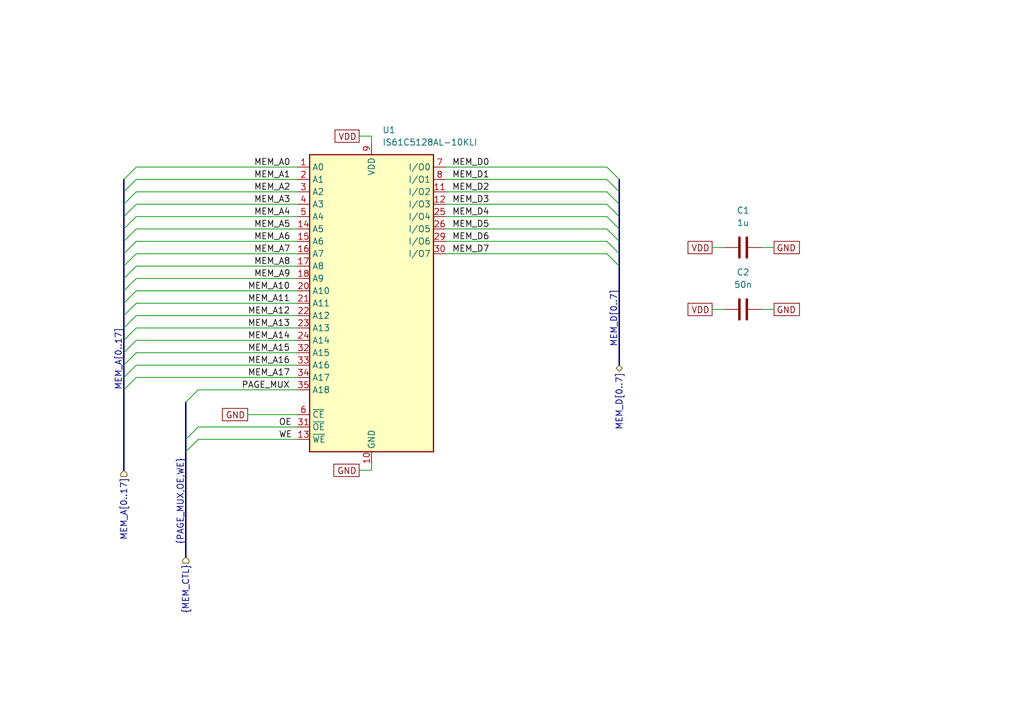
<source format=kicad_sch>
(kicad_sch (version 20231120) (generator "eeschema") (generator_version "8.0")
  (paper "A5")
  (title_block (title "VGA driver video memory") (date "2024-03-23") (rev "1"))
  (lib_symbols
    (symbol "Device:C" (pin_numbers hide) (pin_names (offset 0.254))
      (property "Reference" "C" (at 0.635 2.54 0))
      (property "Value" "C" (at 0.635 -2.54 0))
      (symbol "C_0_1"
        (polyline (pts (xy -2.032 -0.762) (xy 2.032 -0.762)) (stroke (width 0.508)))
        (polyline (pts (xy -2.032 0.762) (xy 2.032 0.762)) (stroke (width 0.508)))
      )
      (symbol "C_1_1"
        (pin passive line (at 0 3.81 270) (length 2.794) (name "~") (number "1"))
        (pin passive line (at 0 -3.81 90) (length 2.794) (name "~") (number "2"))
      )
    )
    (symbol "Memory_RAM:IS61C5128AL-10KLI"
      (property "Reference" "U" (at -10.16 31.75 0))
      (property "Value" "IS61C5128AL-10KLI" (at 12.7 31.75 0))
      (symbol "IS61C5128AL-10KLI_0_1"
        (rectangle (start -12.7 30.48) (end 12.7 -30.48) (stroke (width 0.254)) (fill (type background)))
      )
      (symbol "IS61C5128AL-10KLI_1_1"
        (pin input line (at -15.24 27.94 0) (length 2.54) (name "A0") (number "1"))
        (pin power_in line (at 0 -33.02 90) (length 2.54) (name "GND") (number "10"))
        (pin bidirectional line (at 15.24 22.86 180) (length 2.54) (name "I/O2") (number "11"))
        (pin bidirectional line (at 15.24 20.32 180) (length 2.54) (name "I/O3") (number "12"))
        (pin input line (at -15.24 -27.94 0) (length 2.54) (name "~{WE}") (number "13"))
        (pin input line (at -15.24 15.24 0) (length 2.54) (name "A5") (number "14"))
        (pin input line (at -15.24 12.7 0) (length 2.54) (name "A6") (number "15"))
        (pin input line (at -15.24 10.16 0) (length 2.54) (name "A7") (number "16"))
        (pin input line (at -15.24 7.62 0) (length 2.54) (name "A8") (number "17"))
        (pin input line (at -15.24 5.08 0) (length 2.54) (name "A9") (number "18"))
        (pin no_connect line (at 12.7 -27.94 180) (length 2.54) hide (name "NC") (number "19"))
        (pin input line (at -15.24 25.4 0) (length 2.54) (name "A1") (number "2"))
        (pin input line (at -15.24 2.54 0) (length 2.54) (name "A10") (number "20"))
        (pin input line (at -15.24 0 0) (length 2.54) (name "A11") (number "21"))
        (pin input line (at -15.24 -2.54 0) (length 2.54) (name "A12") (number "22"))
        (pin input line (at -15.24 -5.08 0) (length 2.54) (name "A13") (number "23"))
        (pin input line (at -15.24 -7.62 0) (length 2.54) (name "A14") (number "24"))
        (pin bidirectional line (at 15.24 17.78 180) (length 2.54) (name "I/O4") (number "25"))
        (pin bidirectional line (at 15.24 15.24 180) (length 2.54) (name "I/O5") (number "26"))
        (pin passive line (at 0 33.02 270) (length 2.54) hide (name "VDD") (number "27"))
        (pin passive line (at 0 -33.02 90) (length 2.54) hide (name "GND") (number "28"))
        (pin bidirectional line (at 15.24 12.7 180) (length 2.54) (name "I/O6") (number "29"))
        (pin input line (at -15.24 22.86 0) (length 2.54) (name "A2") (number "3"))
        (pin bidirectional line (at 15.24 10.16 180) (length 2.54) (name "I/O7") (number "30"))
        (pin input line (at -15.24 -25.4 0) (length 2.54) (name "~{OE}") (number "31"))
        (pin input line (at -15.24 -10.16 0) (length 2.54) (name "A15") (number "32"))
        (pin input line (at -15.24 -12.7 0) (length 2.54) (name "A16") (number "33"))
        (pin input line (at -15.24 -15.24 0) (length 2.54) (name "A17") (number "34"))
        (pin input line (at -15.24 -17.78 0) (length 2.54) (name "A18") (number "35"))
        (pin no_connect line (at 12.7 -25.4 180) (length 2.54) hide (name "NC") (number "36"))
        (pin input line (at -15.24 20.32 0) (length 2.54) (name "A3") (number "4"))
        (pin input line (at -15.24 17.78 0) (length 2.54) (name "A4") (number "5"))
        (pin input line (at -15.24 -22.86 0) (length 2.54) (name "~{CE}") (number "6"))
        (pin bidirectional line (at 15.24 27.94 180) (length 2.54) (name "I/O0") (number "7"))
        (pin bidirectional line (at 15.24 25.4 180) (length 2.54) (name "I/O1") (number "8"))
        (pin power_in line (at 0 33.02 270) (length 2.54) (name "VDD") (number "9"))
      )
    )
  )
  (bus_entry (at 38.1 82.55) (size 2.54 -2.54))
  (bus_entry (at 127 36.83) (size -2.54 -2.54))
  (bus_entry (at 127 54.61) (size -2.54 -2.54))
  (bus_entry (at 25.4 67.31) (size 2.54 -2.54))
  (bus_entry (at 25.4 57.15) (size 2.54 -2.54))
  (bus_entry (at 25.4 69.85) (size 2.54 -2.54))
  (bus_entry (at 25.4 72.39) (size 2.54 -2.54))
  (bus_entry (at 25.4 62.23) (size 2.54 -2.54))
  (bus_entry (at 25.4 59.69) (size 2.54 -2.54))
  (bus_entry (at 25.4 64.77) (size 2.54 -2.54))
  (bus_entry (at 25.4 52.07) (size 2.54 -2.54))
  (bus_entry (at 25.4 77.47) (size 2.54 -2.54))
  (bus_entry (at 38.1 92.71) (size 2.54 -2.54))
  (bus_entry (at 25.4 36.83) (size 2.54 -2.54))
  (bus_entry (at 127 52.07) (size -2.54 -2.54))
  (bus_entry (at 25.4 44.45) (size 2.54 -2.54))
  (bus_entry (at 25.4 74.93) (size 2.54 -2.54))
  (bus_entry (at 25.4 54.61) (size 2.54 -2.54))
  (bus_entry (at 127 39.37) (size -2.54 -2.54))
  (bus_entry (at 127 41.91) (size -2.54 -2.54))
  (bus_entry (at 38.1 90.17) (size 2.54 -2.54))
  (bus_entry (at 25.4 49.53) (size 2.54 -2.54))
  (bus_entry (at 25.4 39.37) (size 2.54 -2.54))
  (bus_entry (at 25.4 46.99) (size 2.54 -2.54))
  (bus_entry (at 127 46.99) (size -2.54 -2.54))
  (bus_entry (at 127 44.45) (size -2.54 -2.54))
  (bus_entry (at 25.4 41.91) (size 2.54 -2.54))
  (bus_entry (at 127 49.53) (size -2.54 -2.54))
  (bus_entry (at 25.4 80.01) (size 2.54 -2.54))
  (bus (pts (xy 127 44.45) (xy 127 46.99)))
  (wire (pts (xy 146.05 63.5) (xy 148.59 63.5)))
  (bus (pts (xy 25.4 49.53) (xy 25.4 46.99)))
  (bus (pts (xy 25.4 54.61) (xy 25.4 52.07)))
  (bus (pts (xy 127 46.99) (xy 127 49.53)))
  (wire (pts (xy 27.94 64.77) (xy 60.96 64.77)))
  (bus (pts (xy 25.4 41.91) (xy 25.4 39.37)))
  (wire (pts (xy 27.94 54.61) (xy 60.96 54.61)))
  (wire (pts (xy 91.44 52.07) (xy 124.46 52.07)))
  (bus (pts (xy 25.4 69.85) (xy 25.4 67.31)))
  (bus (pts (xy 25.4 57.15) (xy 25.4 54.61)))
  (wire (pts (xy 27.94 69.85) (xy 60.96 69.85)))
  (wire (pts (xy 91.44 41.91) (xy 124.46 41.91)))
  (wire (pts (xy 27.94 52.07) (xy 60.96 52.07)))
  (wire (pts (xy 27.94 34.29) (xy 60.96 34.29)))
  (bus (pts (xy 38.1 82.55) (xy 38.1 90.17)))
  (wire (pts (xy 27.94 44.45) (xy 60.96 44.45)))
  (wire (pts (xy 27.94 59.69) (xy 60.96 59.69)))
  (wire (pts (xy 27.94 46.99) (xy 60.96 46.99)))
  (wire (pts (xy 76.2 27.94) (xy 76.2 29.21)))
  (wire (pts (xy 146.05 50.8) (xy 148.59 50.8)))
  (wire (pts (xy 91.44 46.99) (xy 124.46 46.99)))
  (wire (pts (xy 27.94 72.39) (xy 60.96 72.39)))
  (bus (pts (xy 127 41.91) (xy 127 44.45)))
  (wire (pts (xy 27.94 39.37) (xy 60.96 39.37)))
  (wire (pts (xy 91.44 36.83) (xy 124.46 36.83)))
  (wire (pts (xy 40.64 80.01) (xy 60.96 80.01)))
  (wire (pts (xy 27.94 49.53) (xy 60.96 49.53)))
  (bus (pts (xy 127 39.37) (xy 127 41.91)))
  (bus (pts (xy 25.4 59.69) (xy 25.4 57.15)))
  (bus (pts (xy 25.4 80.01) (xy 25.4 77.47)))
  (bus (pts (xy 25.4 39.37) (xy 25.4 36.83)))
  (wire (pts (xy 73.66 96.52) (xy 76.2 96.52)))
  (bus (pts (xy 38.1 90.17) (xy 38.1 92.71)))
  (wire (pts (xy 27.94 36.83) (xy 60.96 36.83)))
  (bus (pts (xy 25.4 62.23) (xy 25.4 59.69)))
  (wire (pts (xy 91.44 44.45) (xy 124.46 44.45)))
  (bus (pts (xy 25.4 74.93) (xy 25.4 72.39)))
  (wire (pts (xy 27.94 57.15) (xy 60.96 57.15)))
  (wire (pts (xy 27.94 67.31) (xy 60.96 67.31)))
  (bus (pts (xy 25.4 46.99) (xy 25.4 44.45)))
  (wire (pts (xy 27.94 41.91) (xy 60.96 41.91)))
  (wire (pts (xy 40.64 90.17) (xy 60.96 90.17)))
  (wire (pts (xy 91.44 39.37) (xy 124.46 39.37)))
  (bus (pts (xy 38.1 92.71) (xy 38.1 114.3)))
  (wire (pts (xy 73.66 27.94) (xy 76.2 27.94)))
  (bus (pts (xy 127 36.83) (xy 127 39.37)))
  (bus (pts (xy 127 49.53) (xy 127 52.07)))
  (wire (pts (xy 156.21 63.5) (xy 158.75 63.5)))
  (bus (pts (xy 127 52.07) (xy 127 54.61)))
  (wire (pts (xy 91.44 49.53) (xy 124.46 49.53)))
  (bus (pts (xy 25.4 77.47) (xy 25.4 74.93)))
  (wire (pts (xy 76.2 96.52) (xy 76.2 95.25)))
  (bus (pts (xy 25.4 67.31) (xy 25.4 64.77)))
  (bus (pts (xy 25.4 44.45) (xy 25.4 41.91)))
  (bus (pts (xy 25.4 52.07) (xy 25.4 49.53)))
  (wire (pts (xy 27.94 77.47) (xy 60.96 77.47)))
  (wire (pts (xy 91.44 34.29) (xy 124.46 34.29)))
  (wire (pts (xy 50.8 85.09) (xy 60.96 85.09)))
  (bus (pts (xy 25.4 64.77) (xy 25.4 62.23)))
  (wire (pts (xy 156.21 50.8) (xy 158.75 50.8)))
  (wire (pts (xy 40.64 87.63) (xy 60.96 87.63)))
  (wire (pts (xy 27.94 74.93) (xy 60.96 74.93)))
  (wire (pts (xy 27.94 62.23) (xy 60.96 62.23)))
  (bus (pts (xy 25.4 72.39) (xy 25.4 69.85)))
  (bus (pts (xy 127 54.61) (xy 127 74.93)))
  (bus (pts (xy 25.4 80.01) (xy 25.4 96.52)))
  (label "MEM_A16" (at 50.8 74.93 0))
  (label "MEM_A10" (at 50.8 59.69 0))
  (label "WE" (at 57.15 90.17 0))
  (label "MEM_A9" (at 52.07 57.15 0))
  (label "MEM_A0" (at 52.07 34.29 0))
  (label "MEM_D3" (at 92.7088 41.91 0))
  (label "MEM_A7" (at 52.07 52.07 0))
  (label "MEM_A15" (at 50.8 72.39 0))
  (label "{PAGE_MUX,OE,WE}" (at 38.1 111.76 90))
  (label "MEM_A12" (at 50.8 64.77 0))
  (label "PAGE_MUX" (at 49.53 80.01 0))
  (label "MEM_D[0..7]" (at 127 71.12 90))
  (label "MEM_D1" (at 92.71 36.83 0))
  (label "MEM_A[0..17]" (at 25.4 80.01 90))
  (label "MEM_A14" (at 50.8 69.85 0))
  (label "MEM_D0" (at 92.71 34.29 0))
  (label "MEM_D7" (at 92.71 52.07 0))
  (label "MEM_D6" (at 92.71 49.53 0))
  (label "OE" (at 57.15 87.63 0))
  (label "MEM_A1" (at 52.07 36.83 0))
  (label "MEM_A5" (at 52.07 46.99 0))
  (label "MEM_D4" (at 92.71 44.45 0))
  (label "MEM_A4" (at 52.07 44.45 0))
  (label "MEM_A2" (at 52.07 39.37 0))
  (label "MEM_A8" (at 52.07 54.61 0))
  (label "MEM_A13" (at 50.8 67.31 0))
  (label "MEM_A3" (at 52.07 41.91 0))
  (label "MEM_D5" (at 92.71 46.99 0))
  (label "MEM_A11" (at 50.8 62.23 0))
  (label "MEM_A17" (at 50.8 77.47 0))
  (label "MEM_D2" (at 92.71 39.37 0))
  (label "MEM_A6" (at 52.07 49.53 0))
  (global_label "VDD" (shape passive) (at 146.05 63.5 180) (property "Intersheetrefs" "${INTERSHEET_REFS}" (effects (hide yes))))
  (global_label "GND" (shape passive) (at 50.8 85.09 180) (property "Intersheetrefs" "${INTERSHEET_REFS}" (effects (hide yes))))
  (global_label "VDD" (shape passive) (at 146.05 50.8 180) (property "Intersheetrefs" "${INTERSHEET_REFS}" (effects (hide yes))))
  (global_label "GND" (shape passive) (at 158.75 63.5 0) (property "Intersheetrefs" "${INTERSHEET_REFS}" (effects (hide yes))))
  (global_label "VDD" (shape passive) (at 73.66 27.94 180) (property "Intersheetrefs" "${INTERSHEET_REFS}" (effects (hide yes))))
  (global_label "GND" (shape passive) (at 158.75 50.8 0) (property "Intersheetrefs" "${INTERSHEET_REFS}" (effects (hide yes))))
  (global_label "GND" (shape passive) (at 73.66 96.52 180) (property "Intersheetrefs" "${INTERSHEET_REFS}" (effects (hide yes))))
  (hierarchical_label "MEM_D[0..7]" (shape bidirectional) (at 127 74.93 270))
  (hierarchical_label "MEM_A[0..17]" (shape input) (at 25.4 96.52 270))
  (hierarchical_label "{MEM_CTL}" (shape input) (at 38.1 114.3 270))
  (symbol (lib_id "Device:C") (at 152.4 63.5 90) (unit 1)
    (property "Reference" "C2" (at 152.4 55.88 90))
    (property "Value" "50n" (at 152.4 58.42 90))
    (property "Footprint" "Capacitor_SMD:C_0805_2012Metric_Pad1.18x1.45mm_HandSolder" (effects (hide yes)))
  )
  (symbol (lib_id "Memory_RAM:IS61C5128AL-10KLI") (at 76.2 62.23 0) (unit 1)
    (property "Reference" "U1" (at 78.3941 26.67 0) (effects (justify left)))
    (property "Value" "IS61C5128AL-10KLI" (at 78.3941 29.21 0) (effects (justify left)))
    (property "Footprint" "Package_SO:SOJ-36_10.16x23.49mm_P1.27mm" (effects (hide yes)))
    (property "Datasheet" "http://www.issi.com/WW/pdf/61-64C5128AL.pdf" (effects (hide yes)))
  )
  (symbol (lib_id "Device:C") (at 152.4 50.8 90) (unit 1)
    (property "Reference" "C1" (at 152.4 43.18 90))
    (property "Value" "1u" (at 152.4 45.72 90))
    (property "Footprint" "Capacitor_SMD:C_0805_2012Metric_Pad1.18x1.45mm_HandSolder" (effects (hide yes)))
  )
)
</source>
